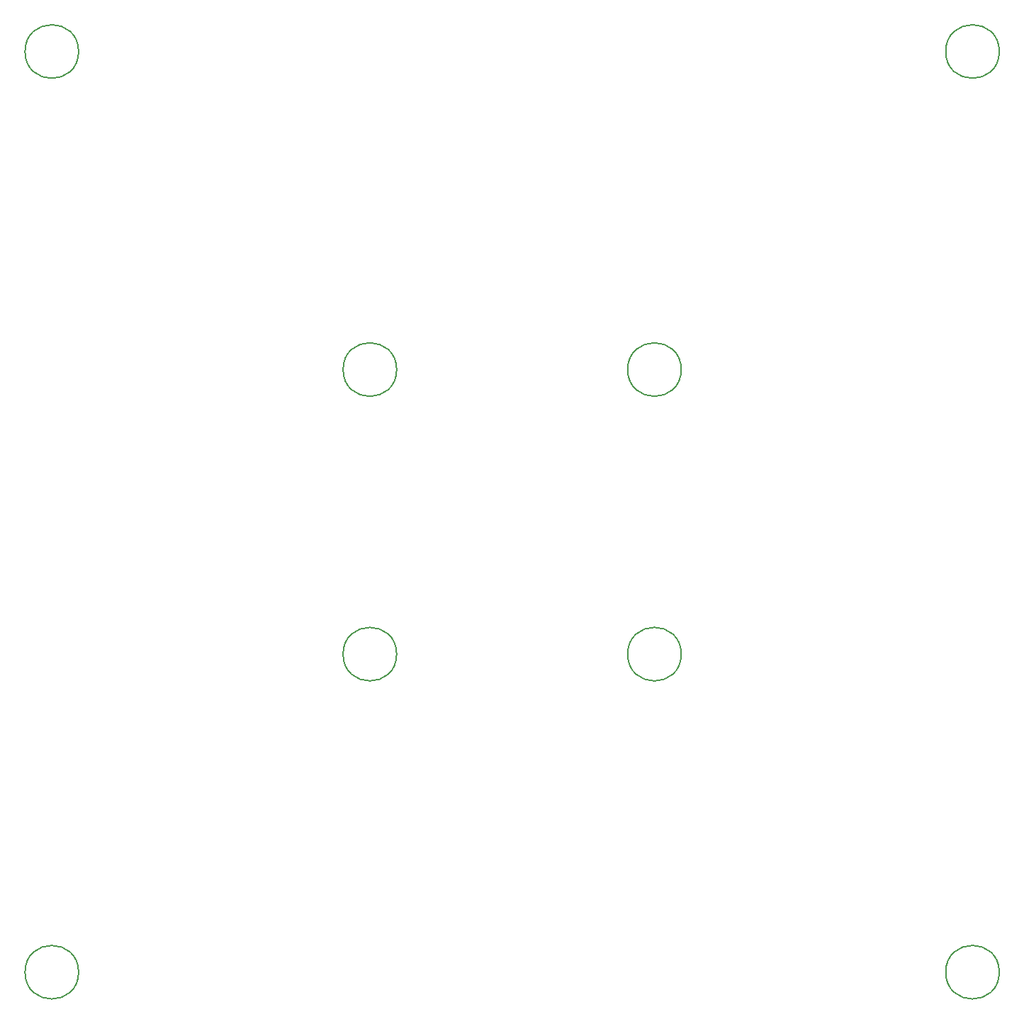
<source format=gbr>
%TF.GenerationSoftware,KiCad,Pcbnew,(6.0.8)*%
%TF.CreationDate,2022-11-03T12:51:22+01:00*%
%TF.ProjectId,BoardGame,426f6172-6447-4616-9d65-2e6b69636164,rev?*%
%TF.SameCoordinates,Original*%
%TF.FileFunction,Other,Comment*%
%FSLAX46Y46*%
G04 Gerber Fmt 4.6, Leading zero omitted, Abs format (unit mm)*
G04 Created by KiCad (PCBNEW (6.0.8)) date 2022-11-03 12:51:22*
%MOMM*%
%LPD*%
G01*
G04 APERTURE LIST*
%ADD10C,0.150000*%
G04 APERTURE END LIST*
D10*
%TO.C,H1007*%
X164200000Y-70000000D02*
G75*
G03*
X164200000Y-70000000I-3200000J0D01*
G01*
%TO.C,H1002*%
X92200000Y-32000000D02*
G75*
G03*
X92200000Y-32000000I-3200000J0D01*
G01*
%TO.C,H1008*%
X130200000Y-70000000D02*
G75*
G03*
X130200000Y-70000000I-3200000J0D01*
G01*
%TO.C,H1005*%
X130200000Y-104000000D02*
G75*
G03*
X130200000Y-104000000I-3200000J0D01*
G01*
%TO.C,H1001*%
X202200000Y-142000000D02*
G75*
G03*
X202200000Y-142000000I-3200000J0D01*
G01*
%TO.C,H1004*%
X202200000Y-32000000D02*
G75*
G03*
X202200000Y-32000000I-3200000J0D01*
G01*
%TO.C,H1006*%
X164200000Y-104000000D02*
G75*
G03*
X164200000Y-104000000I-3200000J0D01*
G01*
%TO.C,H1003*%
X92200000Y-142000000D02*
G75*
G03*
X92200000Y-142000000I-3200000J0D01*
G01*
%TD*%
M02*

</source>
